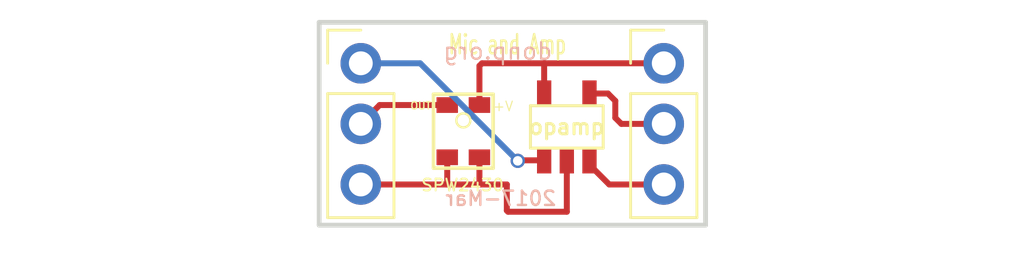
<source format=kicad_pcb>
(kicad_pcb (version 4) (host pcbnew 4.0.5-e0-6337~49~ubuntu16.04.1)

  (general
    (links 0)
    (no_connects 0)
    (area 111.799999 55.055 154.900001 66.965)
    (thickness 1.6)
    (drawings 10)
    (tracks 33)
    (zones 0)
    (modules 4)
    (nets 1)
  )

  (page A4)
  (layers
    (0 F.Cu signal)
    (31 B.Cu signal)
    (32 B.Adhes user)
    (33 F.Adhes user)
    (34 B.Paste user)
    (35 F.Paste user)
    (36 B.SilkS user)
    (37 F.SilkS user)
    (38 B.Mask user)
    (39 F.Mask user)
    (40 Dwgs.User user)
    (41 Cmts.User user)
    (42 Eco1.User user)
    (43 Eco2.User user)
    (44 Edge.Cuts user)
    (45 Margin user)
    (46 B.CrtYd user)
    (47 F.CrtYd user)
    (48 B.Fab user)
    (49 F.Fab user)
  )

  (setup
    (last_trace_width 0.25)
    (trace_clearance 0.2)
    (zone_clearance 0.508)
    (zone_45_only no)
    (trace_min 0.2)
    (segment_width 0.2)
    (edge_width 0.2)
    (via_size 0.6)
    (via_drill 0.4)
    (via_min_size 0.4)
    (via_min_drill 0.3)
    (uvia_size 0.3)
    (uvia_drill 0.1)
    (uvias_allowed no)
    (uvia_min_size 0.2)
    (uvia_min_drill 0.1)
    (pcb_text_width 0.3)
    (pcb_text_size 1.5 1.5)
    (mod_edge_width 0.15)
    (mod_text_size 1 1)
    (mod_text_width 0.15)
    (pad_size 1.7 1.7)
    (pad_drill 1)
    (pad_to_mask_clearance 0.2)
    (aux_axis_origin 0 0)
    (visible_elements FFFFFFFF)
    (pcbplotparams
      (layerselection 0x010f0_80000001)
      (usegerberextensions true)
      (excludeedgelayer true)
      (linewidth 0.100000)
      (plotframeref false)
      (viasonmask false)
      (mode 1)
      (useauxorigin false)
      (hpglpennumber 1)
      (hpglpenspeed 20)
      (hpglpendiameter 15)
      (hpglpenoverlay 2)
      (psnegative false)
      (psa4output false)
      (plotreference true)
      (plotvalue true)
      (plotinvisibletext false)
      (padsonsilk false)
      (subtractmaskfromsilk false)
      (outputformat 1)
      (mirror false)
      (drillshape 0)
      (scaleselection 1)
      (outputdirectory /home/donp/osh))
  )

  (net 0 "")

  (net_class Default "This is the default net class."
    (clearance 0.2)
    (trace_width 0.25)
    (via_dia 0.6)
    (via_drill 0.4)
    (uvia_dia 0.3)
    (uvia_drill 0.1)
  )

  (module tom_kicad_lib:SOT-23-5 (layer F.Cu) (tedit 58CD781A) (tstamp 58CE007A)
    (at 135.636 61.087)
    (clearance 0.1)
    (attr smd)
    (fp_text reference "" (at 2.19964 -0.29972 90) (layer F.SilkS)
      (effects (font (size 0.635 0.635) (thickness 0.127)))
    )
    (fp_text value opamp (at 0 0) (layer F.SilkS)
      (effects (font (size 0.635 0.635) (thickness 0.127)))
    )
    (fp_line (start 1.524 -0.889) (end 1.524 0.889) (layer F.SilkS) (width 0.127))
    (fp_line (start 1.524 0.889) (end -1.524 0.889) (layer F.SilkS) (width 0.127))
    (fp_line (start -1.524 0.889) (end -1.524 -0.889) (layer F.SilkS) (width 0.127))
    (fp_line (start -1.524 -0.889) (end 1.524 -0.889) (layer F.SilkS) (width 0.127))
    (pad 1 smd rect (at -0.95 1.4) (size 0.6 1.1) (layers F.Cu F.Paste F.Mask))
    (pad 3 smd rect (at 0.95 1.4) (size 0.6 1.1) (layers F.Cu F.Paste F.Mask))
    (pad 5 smd rect (at -0.95 -1.4) (size 0.6 1.1) (layers F.Cu F.Paste F.Mask))
    (pad 2 smd rect (at 0 1.4) (size 0.6 1.1) (layers F.Cu F.Paste F.Mask))
    (pad 4 smd rect (at 0.95 -1.4) (size 0.6 1.1) (layers F.Cu F.Paste F.Mask))
    (model smd/SOT23_5.wrl
      (at (xyz 0 0 0))
      (scale (xyz 0.1 0.1 0.1))
      (rotate (xyz 0 0 0))
    )
  )

  (module Pin_Headers:Pin_Header_Straight_1x03_Pitch2.54mm (layer F.Cu) (tedit 58CD7315) (tstamp 58BB886A)
    (at 127 58.42)
    (descr "Through hole straight pin header, 1x03, 2.54mm pitch, single row")
    (tags "Through hole pin header THT 1x03 2.54mm single row")
    (fp_text reference "" (at 0 -2.39) (layer F.SilkS)
      (effects (font (size 1 1) (thickness 0.15)))
    )
    (fp_text value Pin_Header_Straight_1x02_Pitch2.54mm (at 0 7.47) (layer F.Fab)
      (effects (font (size 1 1) (thickness 0.15)))
    )
    (fp_line (start -1.27 -1.27) (end -1.27 6.35) (layer F.Fab) (width 0.1))
    (fp_line (start -1.27 6.35) (end 1.27 6.35) (layer F.Fab) (width 0.1))
    (fp_line (start 1.27 6.35) (end 1.27 -1.27) (layer F.Fab) (width 0.1))
    (fp_line (start 1.27 -1.27) (end -1.27 -1.27) (layer F.Fab) (width 0.1))
    (fp_line (start -1.39 1.27) (end -1.39 6.47) (layer F.SilkS) (width 0.12))
    (fp_line (start -1.39 6.47) (end 1.39 6.47) (layer F.SilkS) (width 0.12))
    (fp_line (start 1.39 6.47) (end 1.39 1.27) (layer F.SilkS) (width 0.12))
    (fp_line (start 1.39 1.27) (end -1.39 1.27) (layer F.SilkS) (width 0.12))
    (fp_line (start -1.39 0) (end -1.39 -1.39) (layer F.SilkS) (width 0.12))
    (fp_line (start -1.39 -1.39) (end 0 -1.39) (layer F.SilkS) (width 0.12))
    (fp_line (start -1.6 -1.6) (end -1.6 6.6) (layer F.CrtYd) (width 0.05))
    (fp_line (start -1.6 6.6) (end 1.6 6.6) (layer F.CrtYd) (width 0.05))
    (fp_line (start 1.6 6.6) (end 1.6 -1.6) (layer F.CrtYd) (width 0.05))
    (fp_line (start 1.6 -1.6) (end -1.6 -1.6) (layer F.CrtYd) (width 0.05))
    (pad 1 thru_hole circle (at 0 0) (size 1.7 1.7) (drill 1) (layers *.Cu *.Mask))
    (pad 2 thru_hole oval (at 0 2.54) (size 1.7 1.7) (drill 1) (layers *.Cu *.Mask))
    (pad 3 thru_hole oval (at 0 5.08) (size 1.7 1.7) (drill 1) (layers *.Cu *.Mask))
    (model Pin_Headers.3dshapes/Pin_Header_Straight_1x03_Pitch2.54mm.wrl
      (at (xyz 0 -0.1 0))
      (scale (xyz 1 1 1))
      (rotate (xyz 0 0 90))
    )
  )

  (module Pin_Headers:Pin_Header_Straight_1x03_Pitch2.54mm (layer F.Cu) (tedit 58CD730F) (tstamp 58BB8890)
    (at 139.7 58.42)
    (descr "Through hole straight pin header, 1x03, 2.54mm pitch, single row")
    (tags "Through hole pin header THT 1x03 2.54mm single row")
    (fp_text reference "" (at 0 -2.39) (layer F.SilkS)
      (effects (font (size 1 1) (thickness 0.15)))
    )
    (fp_text value Pin_Header_Straight_1x02_Pitch2.54mm (at 0 7.47) (layer F.Fab)
      (effects (font (size 1 1) (thickness 0.15)))
    )
    (fp_line (start -1.27 -1.27) (end -1.27 6.35) (layer F.Fab) (width 0.1))
    (fp_line (start -1.27 6.35) (end 1.27 6.35) (layer F.Fab) (width 0.1))
    (fp_line (start 1.27 6.35) (end 1.27 -1.27) (layer F.Fab) (width 0.1))
    (fp_line (start 1.27 -1.27) (end -1.27 -1.27) (layer F.Fab) (width 0.1))
    (fp_line (start -1.39 1.27) (end -1.39 6.47) (layer F.SilkS) (width 0.12))
    (fp_line (start -1.39 6.47) (end 1.39 6.47) (layer F.SilkS) (width 0.12))
    (fp_line (start 1.39 6.47) (end 1.39 1.27) (layer F.SilkS) (width 0.12))
    (fp_line (start 1.39 1.27) (end -1.39 1.27) (layer F.SilkS) (width 0.12))
    (fp_line (start -1.39 0) (end -1.39 -1.39) (layer F.SilkS) (width 0.12))
    (fp_line (start -1.39 -1.39) (end 0 -1.39) (layer F.SilkS) (width 0.12))
    (fp_line (start -1.6 -1.6) (end -1.6 6.6) (layer F.CrtYd) (width 0.05))
    (fp_line (start -1.6 6.6) (end 1.6 6.6) (layer F.CrtYd) (width 0.05))
    (fp_line (start 1.6 6.6) (end 1.6 -1.6) (layer F.CrtYd) (width 0.05))
    (fp_line (start 1.6 -1.6) (end -1.6 -1.6) (layer F.CrtYd) (width 0.05))
    (pad 1 thru_hole circle (at 0 0) (size 1.7 1.7) (drill 1) (layers *.Cu *.Mask))
    (pad 2 thru_hole oval (at 0 2.54) (size 1.7 1.7) (drill 1) (layers *.Cu *.Mask))
    (pad 3 thru_hole oval (at 0 5.08) (size 1.7 1.7) (drill 1) (layers *.Cu *.Mask))
    (model Pin_Headers.3dshapes/Pin_Header_Straight_1x03_Pitch2.54mm.wrl
      (at (xyz 0 -0.1 0))
      (scale (xyz 1 1 1))
      (rotate (xyz 0 0 90))
    )
  )

  (module microphones:SiSonic-SPW2430 (layer F.Cu) (tedit 58CD7488) (tstamp 58CDB7B3)
    (at 130.048 59.7154)
    (fp_text reference "" (at 1.5 -1) (layer F.SilkS)
      (effects (font (size 1 1) (thickness 0.15)))
    )
    (fp_text value "SiSonic SPW2430" (at 1.8 4.3) (layer F.Fab)
      (effects (font (size 1 1) (thickness 0.15)))
    )
    (fp_circle (center 1.25 1.1) (end 1.53 1.19) (layer F.SilkS) (width 0.1))
    (fp_line (start 0 0) (end 0 3.1) (layer F.SilkS) (width 0.15))
    (fp_line (start 2.5 0) (end 2.5 3.1) (layer F.SilkS) (width 0.15))
    (fp_line (start 0 3.1) (end 2.5 3.1) (layer F.SilkS) (width 0.15))
    (fp_line (start 0 0) (end 2.5 0) (layer F.SilkS) (width 0.15))
    (pad GND smd rect (at 1.925 2.645) (size 0.9 0.66) (layers F.Cu F.Paste F.Mask))
    (pad +V smd rect (at 1.925 0.455) (size 0.9 0.66) (layers F.Cu F.Paste F.Mask))
    (pad GND smd rect (at 0.575 2.645) (size 0.9 0.66) (layers F.Cu F.Paste F.Mask))
    (pad OUT smd rect (at 0.575 0.455) (size 0.9 0.66) (layers F.Cu F.Paste F.Mask))
  )

  (gr_text "Mic and Amp" (at 133.1468 57.6326) (layer F.SilkS)
    (effects (font (size 0.8 0.5) (thickness 0.1)))
  )
  (gr_text OUT (at 129.5146 60.198) (layer F.SilkS)
    (effects (font (size 0.3 0.3) (thickness 0.06)))
  )
  (gr_text +V (at 132.969 60.2234) (layer F.SilkS)
    (effects (font (size 0.4 0.4) (thickness 0.05)))
  )
  (gr_text SPW2430 (at 131.2672 63.5254) (layer F.SilkS)
    (effects (font (size 0.5 0.5) (thickness 0.08)))
  )
  (gr_text 2017-Mar (at 132.8674 64.0842) (layer B.SilkS)
    (effects (font (size 0.6 0.6) (thickness 0.1)) (justify mirror))
  )
  (gr_text donp.org (at 132.7404 57.912) (layer B.SilkS)
    (effects (font (size 0.7 0.7) (thickness 0.09)) (justify mirror))
  )
  (gr_line (start 141.4526 56.7018) (end 141.4526 65.2058) (angle 90) (layer Edge.Cuts) (width 0.2) (tstamp 5869BE58))
  (gr_line (start 125.254 56.7018) (end 125.254 65.2058) (angle 90) (layer Edge.Cuts) (width 0.2))
  (gr_line (start 125.254 65.2058) (end 141.4526 65.2058) (angle 90) (layer Edge.Cuts) (width 0.2) (tstamp 5869BDB4))
  (gr_line (start 125.254 56.7018) (end 141.4526 56.7018) (angle 90) (layer Edge.Cuts) (width 0.2))

  (segment (start 136.586 59.687) (end 137.3602 59.687) (width 0.25) (layer F.Cu) (net 0) (status 400000))
  (segment (start 137.922 60.96) (end 139.7 60.96) (width 0.25) (layer F.Cu) (net 0) (tstamp 58CE4AF6) (status 800000))
  (segment (start 137.668 60.706) (end 137.922 60.96) (width 0.25) (layer F.Cu) (net 0) (tstamp 58CE4AF5))
  (segment (start 137.668 59.9948) (end 137.668 60.706) (width 0.25) (layer F.Cu) (net 0) (tstamp 58CE4AF4))
  (segment (start 137.3602 59.687) (end 137.668 59.9948) (width 0.25) (layer F.Cu) (net 0) (tstamp 58CE4AF3))
  (segment (start 136.586 62.487) (end 136.586 62.672) (width 0.25) (layer F.Cu) (net 0) (status C00000))
  (segment (start 136.586 62.672) (end 137.414 63.5) (width 0.25) (layer F.Cu) (net 0) (tstamp 58CE4AEF) (status 400000))
  (segment (start 137.414 63.5) (end 139.7 63.5) (width 0.25) (layer F.Cu) (net 0) (tstamp 58CE4AF0) (status 800000))
  (segment (start 134.686 62.487) (end 133.601 62.487) (width 0.25) (layer F.Cu) (net 0) (status 400000))
  (segment (start 129.4892 58.42) (end 127 58.42) (width 0.25) (layer B.Cu) (net 0) (tstamp 58CE4AEA) (status 800000))
  (segment (start 133.5786 62.5094) (end 129.4892 58.42) (width 0.25) (layer B.Cu) (net 0) (tstamp 58CE4AE9))
  (via (at 133.5786 62.5094) (size 0.6) (drill 0.4) (layers F.Cu B.Cu) (net 0))
  (segment (start 133.601 62.487) (end 133.5786 62.5094) (width 0.25) (layer F.Cu) (net 0) (tstamp 58CE4AE7))
  (segment (start 134.7216 58.42) (end 132.08 58.42) (width 0.25) (layer F.Cu) (net 0))
  (segment (start 131.973 58.527) (end 131.973 60.1704) (width 0.25) (layer F.Cu) (net 0) (tstamp 58CE4AE4) (status 800000))
  (segment (start 132.08 58.42) (end 131.973 58.527) (width 0.25) (layer F.Cu) (net 0) (tstamp 58CE4AE3))
  (segment (start 139.7 58.42) (end 134.7216 58.42) (width 0.25) (layer F.Cu) (net 0) (status 400000))
  (segment (start 134.7216 58.42) (end 134.6708 58.42) (width 0.25) (layer F.Cu) (net 0) (tstamp 58CE4AE1))
  (segment (start 134.686 58.4352) (end 134.686 59.687) (width 0.25) (layer F.Cu) (net 0) (tstamp 58CE4ADE) (status 800000))
  (segment (start 134.6708 58.42) (end 134.686 58.4352) (width 0.25) (layer F.Cu) (net 0) (tstamp 58CE4ADD))
  (segment (start 132.0038 63.5) (end 133.1214 63.5) (width 0.25) (layer F.Cu) (net 0))
  (segment (start 135.636 64.643) (end 135.636 62.487) (width 0.25) (layer F.Cu) (net 0) (tstamp 58CE4ADA) (status 800000))
  (segment (start 133.1722 64.643) (end 135.636 64.643) (width 0.25) (layer F.Cu) (net 0) (tstamp 58CE4AD9))
  (segment (start 133.1214 64.5922) (end 133.1722 64.643) (width 0.25) (layer F.Cu) (net 0) (tstamp 58CE4AD8))
  (segment (start 133.1214 63.5) (end 133.1214 64.5922) (width 0.25) (layer F.Cu) (net 0) (tstamp 58CE4AD7))
  (segment (start 130.6068 63.5) (end 132.0038 63.5) (width 0.25) (layer F.Cu) (net 0))
  (segment (start 131.973 63.4692) (end 131.973 62.3604) (width 0.25) (layer F.Cu) (net 0) (tstamp 58CE4ACE))
  (segment (start 132.0038 63.5) (end 131.973 63.4692) (width 0.25) (layer F.Cu) (net 0) (tstamp 58CE4ACD))
  (segment (start 127 63.5) (end 130.6068 63.5) (width 0.25) (layer F.Cu) (net 0))
  (segment (start 130.623 63.4838) (end 130.623 62.3604) (width 0.25) (layer F.Cu) (net 0) (tstamp 58CE4ACA))
  (segment (start 130.6068 63.5) (end 130.623 63.4838) (width 0.25) (layer F.Cu) (net 0) (tstamp 58CE4AC9))
  (segment (start 130.623 60.1704) (end 127.7896 60.1704) (width 0.25) (layer F.Cu) (net 0))
  (segment (start 127.7896 60.1704) (end 127 60.96) (width 0.25) (layer F.Cu) (net 0) (tstamp 58CE4AC6))

)

</source>
